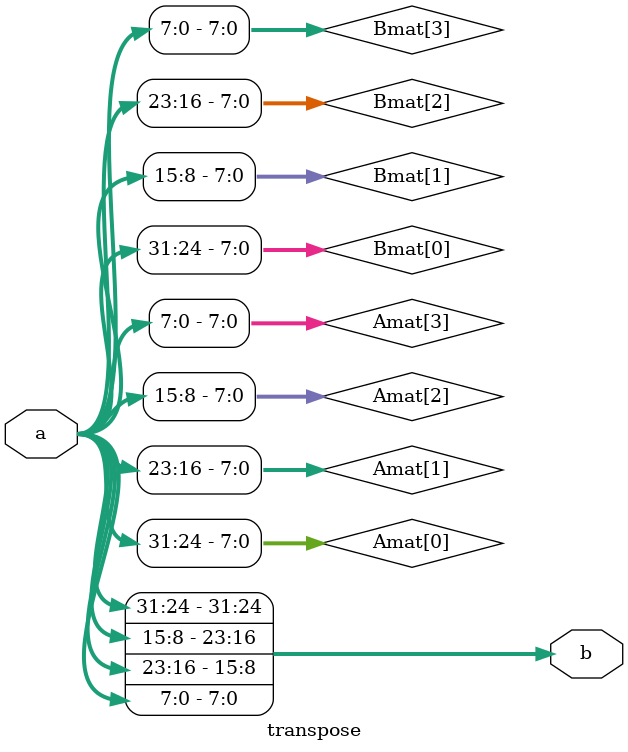
<source format=v>
`timescale 1ns / 1ps

module transpose #(	parameter M=2, parameter N=2,parameter DATA_WIDTH=8)
    (   input  [N*M*DATA_WIDTH-1:0] a, //input matrix
		output [N*M*DATA_WIDTH-1:0] b //transposed matrix
	);

	
	wire [DATA_WIDTH-1:0] Amat [0:M-1][0:N-1]; //Matrix form of the input
	wire [DATA_WIDTH-1:0] Bmat [0:N-1][0:M-1]; //Matrix form of the output
	
	genvar i,j;
	
	//Converts the input to a matrix form
	generate
		for (i = 0; i < M; i = i + 1) begin: loop1
			for (j = 0; j < N; j = j + 1) begin: loop2
					assign Amat[i][j]=a[M*N*DATA_WIDTH-N*i*DATA_WIDTH-j*DATA_WIDTH-1:M*N*DATA_WIDTH-N*i*DATA_WIDTH-j*DATA_WIDTH-DATA_WIDTH];
			end
		end
	endgenerate
	
	// Computes the transpose
	generate
		for (i = 0; i < M; i = i + 1) begin: loop3
			for (j = 0; j < N; j = j + 1) begin: loop4
					assign Bmat[j][i]=Amat[i][j];
			end
		end
	endgenerate
	
	// Converts the transpose to a matrix form
	generate
		for (i = 0; i < N; i = i + 1) begin: loop5
			for (j = 0; j < M; j = j + 1) begin: loop6
					assign b[M*N*DATA_WIDTH-M*i*DATA_WIDTH-j*DATA_WIDTH-1:M*N*DATA_WIDTH-M*i*DATA_WIDTH-j*DATA_WIDTH-DATA_WIDTH]=Bmat[i][j];
			end
		end
	endgenerate
	
	
endmodule
</source>
